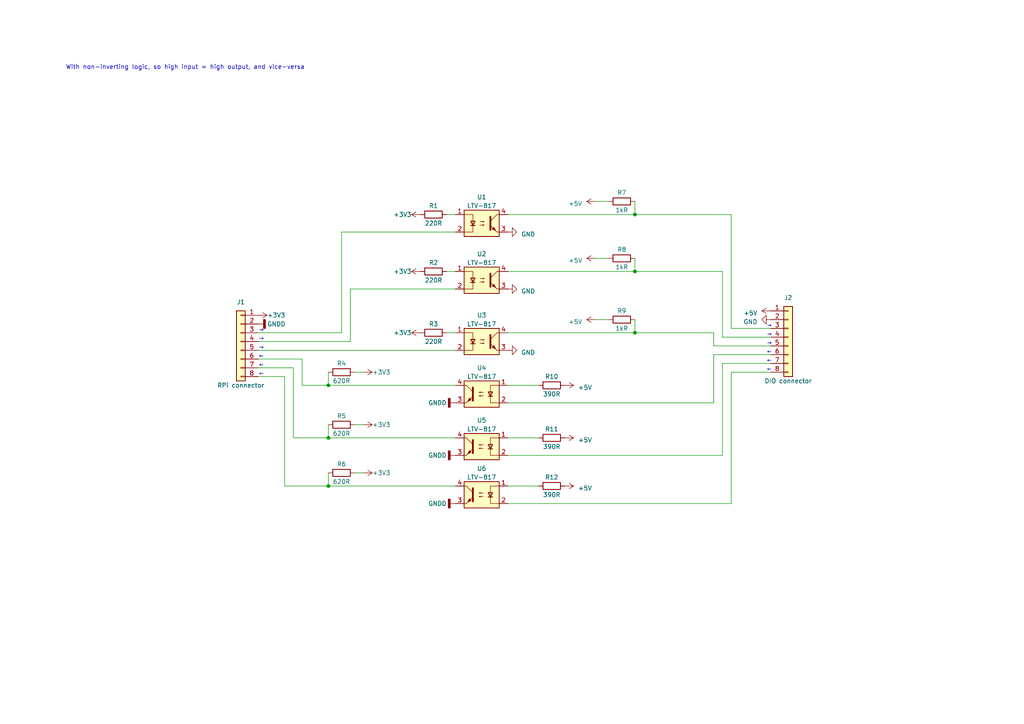
<source format=kicad_sch>
(kicad_sch (version 20230121) (generator eeschema)

  (uuid 50246f5c-786a-4dae-8a8c-eb98feb66d73)

  (paper "A4")

  (lib_symbols
    (symbol "Connector_Generic:Conn_01x08" (pin_names (offset 1.016) hide) (in_bom yes) (on_board yes)
      (property "Reference" "J" (at 0 10.16 0)
        (effects (font (size 1.27 1.27)))
      )
      (property "Value" "Conn_01x08" (at 0 -12.7 0)
        (effects (font (size 1.27 1.27)))
      )
      (property "Footprint" "" (at 0 0 0)
        (effects (font (size 1.27 1.27)) hide)
      )
      (property "Datasheet" "~" (at 0 0 0)
        (effects (font (size 1.27 1.27)) hide)
      )
      (property "ki_keywords" "connector" (at 0 0 0)
        (effects (font (size 1.27 1.27)) hide)
      )
      (property "ki_description" "Generic connector, single row, 01x08, script generated (kicad-library-utils/schlib/autogen/connector/)" (at 0 0 0)
        (effects (font (size 1.27 1.27)) hide)
      )
      (property "ki_fp_filters" "Connector*:*_1x??_*" (at 0 0 0)
        (effects (font (size 1.27 1.27)) hide)
      )
      (symbol "Conn_01x08_1_1"
        (rectangle (start -1.27 -10.033) (end 0 -10.287)
          (stroke (width 0.1524) (type default))
          (fill (type none))
        )
        (rectangle (start -1.27 -7.493) (end 0 -7.747)
          (stroke (width 0.1524) (type default))
          (fill (type none))
        )
        (rectangle (start -1.27 -4.953) (end 0 -5.207)
          (stroke (width 0.1524) (type default))
          (fill (type none))
        )
        (rectangle (start -1.27 -2.413) (end 0 -2.667)
          (stroke (width 0.1524) (type default))
          (fill (type none))
        )
        (rectangle (start -1.27 0.127) (end 0 -0.127)
          (stroke (width 0.1524) (type default))
          (fill (type none))
        )
        (rectangle (start -1.27 2.667) (end 0 2.413)
          (stroke (width 0.1524) (type default))
          (fill (type none))
        )
        (rectangle (start -1.27 5.207) (end 0 4.953)
          (stroke (width 0.1524) (type default))
          (fill (type none))
        )
        (rectangle (start -1.27 7.747) (end 0 7.493)
          (stroke (width 0.1524) (type default))
          (fill (type none))
        )
        (rectangle (start -1.27 8.89) (end 1.27 -11.43)
          (stroke (width 0.254) (type default))
          (fill (type background))
        )
        (pin passive line (at -5.08 7.62 0) (length 3.81)
          (name "Pin_1" (effects (font (size 1.27 1.27))))
          (number "1" (effects (font (size 1.27 1.27))))
        )
        (pin passive line (at -5.08 5.08 0) (length 3.81)
          (name "Pin_2" (effects (font (size 1.27 1.27))))
          (number "2" (effects (font (size 1.27 1.27))))
        )
        (pin passive line (at -5.08 2.54 0) (length 3.81)
          (name "Pin_3" (effects (font (size 1.27 1.27))))
          (number "3" (effects (font (size 1.27 1.27))))
        )
        (pin passive line (at -5.08 0 0) (length 3.81)
          (name "Pin_4" (effects (font (size 1.27 1.27))))
          (number "4" (effects (font (size 1.27 1.27))))
        )
        (pin passive line (at -5.08 -2.54 0) (length 3.81)
          (name "Pin_5" (effects (font (size 1.27 1.27))))
          (number "5" (effects (font (size 1.27 1.27))))
        )
        (pin passive line (at -5.08 -5.08 0) (length 3.81)
          (name "Pin_6" (effects (font (size 1.27 1.27))))
          (number "6" (effects (font (size 1.27 1.27))))
        )
        (pin passive line (at -5.08 -7.62 0) (length 3.81)
          (name "Pin_7" (effects (font (size 1.27 1.27))))
          (number "7" (effects (font (size 1.27 1.27))))
        )
        (pin passive line (at -5.08 -10.16 0) (length 3.81)
          (name "Pin_8" (effects (font (size 1.27 1.27))))
          (number "8" (effects (font (size 1.27 1.27))))
        )
      )
    )
    (symbol "Device:R" (pin_numbers hide) (pin_names (offset 0)) (in_bom yes) (on_board yes)
      (property "Reference" "R" (at 2.032 0 90)
        (effects (font (size 1.27 1.27)))
      )
      (property "Value" "R" (at 0 0 90)
        (effects (font (size 1.27 1.27)))
      )
      (property "Footprint" "" (at -1.778 0 90)
        (effects (font (size 1.27 1.27)) hide)
      )
      (property "Datasheet" "~" (at 0 0 0)
        (effects (font (size 1.27 1.27)) hide)
      )
      (property "ki_keywords" "R res resistor" (at 0 0 0)
        (effects (font (size 1.27 1.27)) hide)
      )
      (property "ki_description" "Resistor" (at 0 0 0)
        (effects (font (size 1.27 1.27)) hide)
      )
      (property "ki_fp_filters" "R_*" (at 0 0 0)
        (effects (font (size 1.27 1.27)) hide)
      )
      (symbol "R_0_1"
        (rectangle (start -1.016 -2.54) (end 1.016 2.54)
          (stroke (width 0.254) (type default))
          (fill (type none))
        )
      )
      (symbol "R_1_1"
        (pin passive line (at 0 3.81 270) (length 1.27)
          (name "~" (effects (font (size 1.27 1.27))))
          (number "1" (effects (font (size 1.27 1.27))))
        )
        (pin passive line (at 0 -3.81 90) (length 1.27)
          (name "~" (effects (font (size 1.27 1.27))))
          (number "2" (effects (font (size 1.27 1.27))))
        )
      )
    )
    (symbol "Isolator:LTV-817" (pin_names (offset 1.016)) (in_bom yes) (on_board yes)
      (property "Reference" "U" (at -5.08 5.08 0)
        (effects (font (size 1.27 1.27)) (justify left))
      )
      (property "Value" "LTV-817" (at 0 5.08 0)
        (effects (font (size 1.27 1.27)) (justify left))
      )
      (property "Footprint" "Package_DIP:DIP-4_W7.62mm" (at -5.08 -5.08 0)
        (effects (font (size 1.27 1.27) italic) (justify left) hide)
      )
      (property "Datasheet" "http://www.us.liteon.com/downloads/LTV-817-827-847.PDF" (at 0 -2.54 0)
        (effects (font (size 1.27 1.27)) (justify left) hide)
      )
      (property "ki_keywords" "NPN DC Optocoupler" (at 0 0 0)
        (effects (font (size 1.27 1.27)) hide)
      )
      (property "ki_description" "DC Optocoupler, Vce 35V, CTR 50%, DIP-4" (at 0 0 0)
        (effects (font (size 1.27 1.27)) hide)
      )
      (property "ki_fp_filters" "DIP*W7.62mm*" (at 0 0 0)
        (effects (font (size 1.27 1.27)) hide)
      )
      (symbol "LTV-817_0_1"
        (rectangle (start -5.08 3.81) (end 5.08 -3.81)
          (stroke (width 0.254) (type default))
          (fill (type background))
        )
        (polyline
          (pts
            (xy -3.175 -0.635)
            (xy -1.905 -0.635)
          )
          (stroke (width 0.254) (type default))
          (fill (type none))
        )
        (polyline
          (pts
            (xy 2.54 0.635)
            (xy 4.445 2.54)
          )
          (stroke (width 0) (type default))
          (fill (type none))
        )
        (polyline
          (pts
            (xy 4.445 -2.54)
            (xy 2.54 -0.635)
          )
          (stroke (width 0) (type default))
          (fill (type outline))
        )
        (polyline
          (pts
            (xy 4.445 -2.54)
            (xy 5.08 -2.54)
          )
          (stroke (width 0) (type default))
          (fill (type none))
        )
        (polyline
          (pts
            (xy 4.445 2.54)
            (xy 5.08 2.54)
          )
          (stroke (width 0) (type default))
          (fill (type none))
        )
        (polyline
          (pts
            (xy -5.08 2.54)
            (xy -2.54 2.54)
            (xy -2.54 -0.762)
          )
          (stroke (width 0) (type default))
          (fill (type none))
        )
        (polyline
          (pts
            (xy -2.54 -0.635)
            (xy -2.54 -2.54)
            (xy -5.08 -2.54)
          )
          (stroke (width 0) (type default))
          (fill (type none))
        )
        (polyline
          (pts
            (xy 2.54 1.905)
            (xy 2.54 -1.905)
            (xy 2.54 -1.905)
          )
          (stroke (width 0.508) (type default))
          (fill (type none))
        )
        (polyline
          (pts
            (xy -2.54 -0.635)
            (xy -3.175 0.635)
            (xy -1.905 0.635)
            (xy -2.54 -0.635)
          )
          (stroke (width 0.254) (type default))
          (fill (type none))
        )
        (polyline
          (pts
            (xy -0.508 -0.508)
            (xy 0.762 -0.508)
            (xy 0.381 -0.635)
            (xy 0.381 -0.381)
            (xy 0.762 -0.508)
          )
          (stroke (width 0) (type default))
          (fill (type none))
        )
        (polyline
          (pts
            (xy -0.508 0.508)
            (xy 0.762 0.508)
            (xy 0.381 0.381)
            (xy 0.381 0.635)
            (xy 0.762 0.508)
          )
          (stroke (width 0) (type default))
          (fill (type none))
        )
        (polyline
          (pts
            (xy 3.048 -1.651)
            (xy 3.556 -1.143)
            (xy 4.064 -2.159)
            (xy 3.048 -1.651)
            (xy 3.048 -1.651)
          )
          (stroke (width 0) (type default))
          (fill (type outline))
        )
      )
      (symbol "LTV-817_1_1"
        (pin passive line (at -7.62 2.54 0) (length 2.54)
          (name "~" (effects (font (size 1.27 1.27))))
          (number "1" (effects (font (size 1.27 1.27))))
        )
        (pin passive line (at -7.62 -2.54 0) (length 2.54)
          (name "~" (effects (font (size 1.27 1.27))))
          (number "2" (effects (font (size 1.27 1.27))))
        )
        (pin passive line (at 7.62 -2.54 180) (length 2.54)
          (name "~" (effects (font (size 1.27 1.27))))
          (number "3" (effects (font (size 1.27 1.27))))
        )
        (pin passive line (at 7.62 2.54 180) (length 2.54)
          (name "~" (effects (font (size 1.27 1.27))))
          (number "4" (effects (font (size 1.27 1.27))))
        )
      )
    )
    (symbol "power:+3V3" (power) (pin_names (offset 0)) (in_bom yes) (on_board yes)
      (property "Reference" "#PWR" (at 0 -3.81 0)
        (effects (font (size 1.27 1.27)) hide)
      )
      (property "Value" "+3V3" (at 0 3.556 0)
        (effects (font (size 1.27 1.27)))
      )
      (property "Footprint" "" (at 0 0 0)
        (effects (font (size 1.27 1.27)) hide)
      )
      (property "Datasheet" "" (at 0 0 0)
        (effects (font (size 1.27 1.27)) hide)
      )
      (property "ki_keywords" "global power" (at 0 0 0)
        (effects (font (size 1.27 1.27)) hide)
      )
      (property "ki_description" "Power symbol creates a global label with name \"+3V3\"" (at 0 0 0)
        (effects (font (size 1.27 1.27)) hide)
      )
      (symbol "+3V3_0_1"
        (polyline
          (pts
            (xy -0.762 1.27)
            (xy 0 2.54)
          )
          (stroke (width 0) (type default))
          (fill (type none))
        )
        (polyline
          (pts
            (xy 0 0)
            (xy 0 2.54)
          )
          (stroke (width 0) (type default))
          (fill (type none))
        )
        (polyline
          (pts
            (xy 0 2.54)
            (xy 0.762 1.27)
          )
          (stroke (width 0) (type default))
          (fill (type none))
        )
      )
      (symbol "+3V3_1_1"
        (pin power_in line (at 0 0 90) (length 0) hide
          (name "+3V3" (effects (font (size 1.27 1.27))))
          (number "1" (effects (font (size 1.27 1.27))))
        )
      )
    )
    (symbol "power:+5V" (power) (pin_names (offset 0)) (in_bom yes) (on_board yes)
      (property "Reference" "#PWR" (at 0 -3.81 0)
        (effects (font (size 1.27 1.27)) hide)
      )
      (property "Value" "+5V" (at 0 3.556 0)
        (effects (font (size 1.27 1.27)))
      )
      (property "Footprint" "" (at 0 0 0)
        (effects (font (size 1.27 1.27)) hide)
      )
      (property "Datasheet" "" (at 0 0 0)
        (effects (font (size 1.27 1.27)) hide)
      )
      (property "ki_keywords" "global power" (at 0 0 0)
        (effects (font (size 1.27 1.27)) hide)
      )
      (property "ki_description" "Power symbol creates a global label with name \"+5V\"" (at 0 0 0)
        (effects (font (size 1.27 1.27)) hide)
      )
      (symbol "+5V_0_1"
        (polyline
          (pts
            (xy -0.762 1.27)
            (xy 0 2.54)
          )
          (stroke (width 0) (type default))
          (fill (type none))
        )
        (polyline
          (pts
            (xy 0 0)
            (xy 0 2.54)
          )
          (stroke (width 0) (type default))
          (fill (type none))
        )
        (polyline
          (pts
            (xy 0 2.54)
            (xy 0.762 1.27)
          )
          (stroke (width 0) (type default))
          (fill (type none))
        )
      )
      (symbol "+5V_1_1"
        (pin power_in line (at 0 0 90) (length 0) hide
          (name "+5V" (effects (font (size 1.27 1.27))))
          (number "1" (effects (font (size 1.27 1.27))))
        )
      )
    )
    (symbol "power:GND" (power) (pin_names (offset 0)) (in_bom yes) (on_board yes)
      (property "Reference" "#PWR" (at 0 -6.35 0)
        (effects (font (size 1.27 1.27)) hide)
      )
      (property "Value" "GND" (at 0 -3.81 0)
        (effects (font (size 1.27 1.27)))
      )
      (property "Footprint" "" (at 0 0 0)
        (effects (font (size 1.27 1.27)) hide)
      )
      (property "Datasheet" "" (at 0 0 0)
        (effects (font (size 1.27 1.27)) hide)
      )
      (property "ki_keywords" "global power" (at 0 0 0)
        (effects (font (size 1.27 1.27)) hide)
      )
      (property "ki_description" "Power symbol creates a global label with name \"GND\" , ground" (at 0 0 0)
        (effects (font (size 1.27 1.27)) hide)
      )
      (symbol "GND_0_1"
        (polyline
          (pts
            (xy 0 0)
            (xy 0 -1.27)
            (xy 1.27 -1.27)
            (xy 0 -2.54)
            (xy -1.27 -1.27)
            (xy 0 -1.27)
          )
          (stroke (width 0) (type default))
          (fill (type none))
        )
      )
      (symbol "GND_1_1"
        (pin power_in line (at 0 0 270) (length 0) hide
          (name "GND" (effects (font (size 1.27 1.27))))
          (number "1" (effects (font (size 1.27 1.27))))
        )
      )
    )
    (symbol "power:GNDD" (power) (pin_names (offset 0)) (in_bom yes) (on_board yes)
      (property "Reference" "#PWR" (at 0 -6.35 0)
        (effects (font (size 1.27 1.27)) hide)
      )
      (property "Value" "GNDD" (at 0 -3.175 0)
        (effects (font (size 1.27 1.27)))
      )
      (property "Footprint" "" (at 0 0 0)
        (effects (font (size 1.27 1.27)) hide)
      )
      (property "Datasheet" "" (at 0 0 0)
        (effects (font (size 1.27 1.27)) hide)
      )
      (property "ki_keywords" "global power" (at 0 0 0)
        (effects (font (size 1.27 1.27)) hide)
      )
      (property "ki_description" "Power symbol creates a global label with name \"GNDD\" , digital ground" (at 0 0 0)
        (effects (font (size 1.27 1.27)) hide)
      )
      (symbol "GNDD_0_1"
        (rectangle (start -1.27 -1.524) (end 1.27 -2.032)
          (stroke (width 0.254) (type default))
          (fill (type outline))
        )
        (polyline
          (pts
            (xy 0 0)
            (xy 0 -1.524)
          )
          (stroke (width 0) (type default))
          (fill (type none))
        )
      )
      (symbol "GNDD_1_1"
        (pin power_in line (at 0 0 270) (length 0) hide
          (name "GNDD" (effects (font (size 1.27 1.27))))
          (number "1" (effects (font (size 1.27 1.27))))
        )
      )
    )
  )

  (junction (at 95.25 140.97) (diameter 0) (color 0 0 0 0)
    (uuid 111812d0-b470-4ea9-8e5a-d6ca7c212591)
  )
  (junction (at 184.15 96.52) (diameter 0) (color 0 0 0 0)
    (uuid 14f4d10a-8e4a-4f8b-b7bc-a3df54ca6eb3)
  )
  (junction (at 95.25 127) (diameter 0) (color 0 0 0 0)
    (uuid 2d331af4-7d51-4425-be0b-57ce4752f490)
  )
  (junction (at 184.15 62.23) (diameter 0) (color 0 0 0 0)
    (uuid 36cdda0a-9505-426e-99d3-61449f20eb17)
  )
  (junction (at 95.25 111.76) (diameter 0) (color 0 0 0 0)
    (uuid 7d67d6b0-5750-4636-a6f5-962855e89e76)
  )
  (junction (at 184.15 78.74) (diameter 0) (color 0 0 0 0)
    (uuid 86568349-9b0f-45bf-8961-9ec1e0ce442b)
  )

  (wire (pts (xy 74.93 96.52) (xy 99.06 96.52))
    (stroke (width 0) (type default))
    (uuid 06de5e1d-a6ae-4dc0-9a60-92136cf7d8ce)
  )
  (wire (pts (xy 147.32 78.74) (xy 184.15 78.74))
    (stroke (width 0) (type default))
    (uuid 078f5aae-809e-45df-a94d-45b96e676916)
  )
  (wire (pts (xy 147.32 132.08) (xy 209.55 132.08))
    (stroke (width 0) (type default))
    (uuid 089c4dbe-330a-43ed-943b-04089da5336d)
  )
  (wire (pts (xy 212.09 62.23) (xy 212.09 95.25))
    (stroke (width 0) (type default))
    (uuid 17b31034-cc2b-4f41-9692-cb5f023c1264)
  )
  (wire (pts (xy 212.09 95.25) (xy 223.52 95.25))
    (stroke (width 0) (type default))
    (uuid 189f8c96-7eb4-4339-a8f5-3479c3828b22)
  )
  (wire (pts (xy 209.55 78.74) (xy 209.55 97.79))
    (stroke (width 0) (type default))
    (uuid 254de828-36c9-49fd-8f6e-ebf5f836855d)
  )
  (wire (pts (xy 223.52 105.41) (xy 209.55 105.41))
    (stroke (width 0) (type default))
    (uuid 25e343c2-df41-46c8-8117-eb4876cf49c5)
  )
  (wire (pts (xy 102.87 123.19) (xy 105.41 123.19))
    (stroke (width 0) (type default))
    (uuid 2db6dca7-bfd0-4b85-b842-c994dc939e7f)
  )
  (wire (pts (xy 129.54 78.74) (xy 132.08 78.74))
    (stroke (width 0) (type default))
    (uuid 3880baf0-5ca9-49ab-bbd0-fd24f0809f90)
  )
  (wire (pts (xy 102.87 107.95) (xy 105.41 107.95))
    (stroke (width 0) (type default))
    (uuid 39cee740-7a75-411e-b869-8ad441ed37a4)
  )
  (wire (pts (xy 172.72 92.71) (xy 176.53 92.71))
    (stroke (width 0) (type default))
    (uuid 3aee951c-2f0f-4c13-a74a-aa307fe093f1)
  )
  (wire (pts (xy 147.32 140.97) (xy 156.21 140.97))
    (stroke (width 0) (type default))
    (uuid 3b414e08-1b4d-4cfe-8773-5aa5a29da51a)
  )
  (wire (pts (xy 99.06 67.31) (xy 132.08 67.31))
    (stroke (width 0) (type default))
    (uuid 4ccbb56b-ce8b-4dbe-99df-52dfb014d4a2)
  )
  (wire (pts (xy 87.63 104.14) (xy 87.63 111.76))
    (stroke (width 0) (type default))
    (uuid 4e32f734-1e12-4b33-8826-f165988ea228)
  )
  (wire (pts (xy 184.15 74.93) (xy 184.15 78.74))
    (stroke (width 0) (type default))
    (uuid 54e5e8f0-fe37-4db6-87fd-5058067f4d5e)
  )
  (wire (pts (xy 207.01 102.87) (xy 207.01 116.84))
    (stroke (width 0) (type default))
    (uuid 59b34882-b7c8-4629-8ea8-155d19e655d5)
  )
  (wire (pts (xy 95.25 123.19) (xy 95.25 127))
    (stroke (width 0) (type default))
    (uuid 60209c1a-301d-49ff-af2e-69fc8caf72ce)
  )
  (wire (pts (xy 147.32 146.05) (xy 212.09 146.05))
    (stroke (width 0) (type default))
    (uuid 6082a999-7013-4f72-8b5f-3f0c84b56282)
  )
  (wire (pts (xy 95.25 127) (xy 132.08 127))
    (stroke (width 0) (type default))
    (uuid 612ebdf4-f9c8-42ca-8380-74fb788e17fe)
  )
  (wire (pts (xy 212.09 107.95) (xy 212.09 146.05))
    (stroke (width 0) (type default))
    (uuid 636c2f58-bbb9-42d9-8571-255ff03985ca)
  )
  (wire (pts (xy 95.25 111.76) (xy 132.08 111.76))
    (stroke (width 0) (type default))
    (uuid 67d3a51d-f60b-4376-8ad6-66b6e17b95eb)
  )
  (wire (pts (xy 147.32 127) (xy 156.21 127))
    (stroke (width 0) (type default))
    (uuid 6ac39aa3-fa67-4101-8a21-17a108e037c6)
  )
  (wire (pts (xy 95.25 140.97) (xy 132.08 140.97))
    (stroke (width 0) (type default))
    (uuid 6bd4e0ab-d1ef-46e8-b4ee-71b696d758a5)
  )
  (wire (pts (xy 87.63 111.76) (xy 95.25 111.76))
    (stroke (width 0) (type default))
    (uuid 6cb80842-eb6f-4f98-ad59-fcd0ce97f836)
  )
  (wire (pts (xy 82.55 109.22) (xy 82.55 140.97))
    (stroke (width 0) (type default))
    (uuid 796ae455-4ef0-4ee0-ba5c-e2cf4685d5a7)
  )
  (wire (pts (xy 129.54 62.23) (xy 132.08 62.23))
    (stroke (width 0) (type default))
    (uuid 90c637dc-eaa3-4a65-a692-33dba21e0d4f)
  )
  (wire (pts (xy 132.08 83.82) (xy 101.6 83.82))
    (stroke (width 0) (type default))
    (uuid 98e61488-8056-4c36-98a7-b39c4c500aae)
  )
  (wire (pts (xy 85.09 106.68) (xy 85.09 127))
    (stroke (width 0) (type default))
    (uuid 9ae2b97d-93ae-4e40-9116-58c7777f4e73)
  )
  (wire (pts (xy 82.55 140.97) (xy 95.25 140.97))
    (stroke (width 0) (type default))
    (uuid 9e727e35-1b70-441b-ba9c-6a491fde1b90)
  )
  (wire (pts (xy 209.55 105.41) (xy 209.55 132.08))
    (stroke (width 0) (type default))
    (uuid a062cd41-8e57-4b0e-be08-419e0c6159a4)
  )
  (wire (pts (xy 74.93 106.68) (xy 85.09 106.68))
    (stroke (width 0) (type default))
    (uuid a09557be-9a3b-4d4a-90b8-e320bef9302b)
  )
  (wire (pts (xy 172.72 74.93) (xy 176.53 74.93))
    (stroke (width 0) (type default))
    (uuid a29d326f-d8dc-43cc-ac39-b44fd653d82b)
  )
  (wire (pts (xy 209.55 97.79) (xy 223.52 97.79))
    (stroke (width 0) (type default))
    (uuid a3eb40c6-b49e-47fa-91a7-744c88445146)
  )
  (wire (pts (xy 184.15 92.71) (xy 184.15 96.52))
    (stroke (width 0) (type default))
    (uuid a4bbfb7a-cb33-4738-aa25-97b64bb463ec)
  )
  (wire (pts (xy 184.15 58.42) (xy 184.15 62.23))
    (stroke (width 0) (type default))
    (uuid a6f53bac-aeed-4d0e-92f0-702972e8f0e8)
  )
  (wire (pts (xy 95.25 107.95) (xy 95.25 111.76))
    (stroke (width 0) (type default))
    (uuid b3c637bd-205e-4194-8042-66185ac692f1)
  )
  (wire (pts (xy 95.25 137.16) (xy 95.25 140.97))
    (stroke (width 0) (type default))
    (uuid b4252e27-be59-42ca-aef6-4337797fbd1e)
  )
  (wire (pts (xy 184.15 62.23) (xy 212.09 62.23))
    (stroke (width 0) (type default))
    (uuid b8f9a4cd-9b9e-4c68-8628-b7c78aca715c)
  )
  (wire (pts (xy 85.09 127) (xy 95.25 127))
    (stroke (width 0) (type default))
    (uuid bc12270a-072d-4327-b0fb-2e0d70483b58)
  )
  (wire (pts (xy 99.06 96.52) (xy 99.06 67.31))
    (stroke (width 0) (type default))
    (uuid c9c62601-180d-4b83-aaf4-989e634de707)
  )
  (wire (pts (xy 147.32 62.23) (xy 184.15 62.23))
    (stroke (width 0) (type default))
    (uuid ca626953-640c-4ef9-9df8-c0ab7d0e30db)
  )
  (wire (pts (xy 101.6 99.06) (xy 74.93 99.06))
    (stroke (width 0) (type default))
    (uuid cc596525-b2d6-4ecf-974a-88e43d9835e7)
  )
  (wire (pts (xy 207.01 100.33) (xy 207.01 96.52))
    (stroke (width 0) (type default))
    (uuid ceff5912-96bb-4b92-9ef3-55a9ed07518e)
  )
  (wire (pts (xy 184.15 78.74) (xy 209.55 78.74))
    (stroke (width 0) (type default))
    (uuid d3475b51-ee01-48ab-86d3-ac9c69755bdd)
  )
  (wire (pts (xy 74.93 109.22) (xy 82.55 109.22))
    (stroke (width 0) (type default))
    (uuid d4695a1f-8f0a-44a9-84f0-b3f3eebf2183)
  )
  (wire (pts (xy 147.32 116.84) (xy 207.01 116.84))
    (stroke (width 0) (type default))
    (uuid d75c24d6-de84-4741-805e-aadfb523f8ad)
  )
  (wire (pts (xy 147.32 111.76) (xy 156.21 111.76))
    (stroke (width 0) (type default))
    (uuid da12799c-6581-47d2-a0b6-ba07b2251270)
  )
  (wire (pts (xy 212.09 107.95) (xy 223.52 107.95))
    (stroke (width 0) (type default))
    (uuid dac5957c-30fc-4fe9-a791-3664e32f855f)
  )
  (wire (pts (xy 74.93 104.14) (xy 87.63 104.14))
    (stroke (width 0) (type default))
    (uuid e5473b8f-fa50-4c2d-9828-c1b7ca3c5f5c)
  )
  (wire (pts (xy 147.32 96.52) (xy 184.15 96.52))
    (stroke (width 0) (type default))
    (uuid e70ae959-e9bd-4a01-b782-1416b850bcc9)
  )
  (wire (pts (xy 74.93 101.6) (xy 132.08 101.6))
    (stroke (width 0) (type default))
    (uuid e84e13dd-899f-4988-97fc-5719e674e683)
  )
  (wire (pts (xy 102.87 137.16) (xy 105.41 137.16))
    (stroke (width 0) (type default))
    (uuid e9d77cc9-8c2e-4f27-9032-6360c039cd88)
  )
  (wire (pts (xy 101.6 83.82) (xy 101.6 99.06))
    (stroke (width 0) (type default))
    (uuid ee3fae74-f0f3-4a93-9d82-0a4088bd0df1)
  )
  (wire (pts (xy 129.54 96.52) (xy 132.08 96.52))
    (stroke (width 0) (type default))
    (uuid eea91a45-c283-4b96-b6ff-5d155c5b5023)
  )
  (wire (pts (xy 172.72 58.42) (xy 176.53 58.42))
    (stroke (width 0) (type default))
    (uuid f0b2f7f6-ec2e-4f88-ada7-65a5f5b88eb3)
  )
  (wire (pts (xy 223.52 102.87) (xy 207.01 102.87))
    (stroke (width 0) (type default))
    (uuid f0e7b5b0-d198-4a3d-b24a-6d0cf861287a)
  )
  (wire (pts (xy 207.01 100.33) (xy 223.52 100.33))
    (stroke (width 0) (type default))
    (uuid f442e812-35b0-4c7f-880d-c8c7f9244058)
  )
  (wire (pts (xy 184.15 96.52) (xy 207.01 96.52))
    (stroke (width 0) (type default))
    (uuid fc43b24a-f0eb-484b-af04-650bcf61d5c2)
  )

  (text "→" (at 222.25 100.33 0)
    (effects (font (size 1.27 1.27)) (justify left bottom))
    (uuid 2d77e798-c2da-4014-8aeb-b271ab2984b6)
  )
  (text "←" (at 222.25 107.95 0)
    (effects (font (size 1.27 1.27)) (justify left bottom))
    (uuid 426777e8-9355-4eff-a164-ec95291701ed)
  )
  (text "→" (at 222.25 95.25 0)
    (effects (font (size 1.27 1.27)) (justify left bottom))
    (uuid 54dfd12f-9e42-4535-8ec5-944e9bc42d7e)
  )
  (text "→" (at 74.93 99.06 0)
    (effects (font (size 1.27 1.27)) (justify left bottom))
    (uuid 6d18c860-ef60-4818-aa1d-f41aefe438a1)
  )
  (text "→" (at 74.93 101.6 0)
    (effects (font (size 1.27 1.27)) (justify left bottom))
    (uuid 7f09c664-aed5-4523-8cc4-13cfbdc45a1e)
  )
  (text "With non-inverting logic, so high input = high output, and vice-versa"
    (at 19.05 20.32 0)
    (effects (font (size 1.27 1.27)) (justify left bottom))
    (uuid 83184cf5-19c8-4cb1-b48a-6099f7f09ac9)
  )
  (text "→" (at 74.93 96.52 0)
    (effects (font (size 1.27 1.27)) (justify left bottom))
    (uuid bfd2c0b3-469d-4fd7-85ab-53f1282421e6)
  )
  (text "→" (at 222.25 97.79 0)
    (effects (font (size 1.27 1.27)) (justify left bottom))
    (uuid cd8556ba-2a43-4aa5-8d34-5351a67d2da6)
  )
  (text "←" (at 222.25 105.41 0)
    (effects (font (size 1.27 1.27)) (justify left bottom))
    (uuid d24a89df-4e45-453e-bdac-0ff7972236c8)
  )
  (text "←" (at 74.93 104.14 0)
    (effects (font (size 1.27 1.27)) (justify left bottom))
    (uuid d34b229b-4941-46cb-9db7-0aa2b235ec4f)
  )
  (text "←" (at 222.25 102.87 0)
    (effects (font (size 1.27 1.27)) (justify left bottom))
    (uuid d5463084-24ec-4725-adab-92eb11c10a1a)
  )
  (text "←" (at 74.93 109.22 0)
    (effects (font (size 1.27 1.27)) (justify left bottom))
    (uuid d66752d6-88e6-4c4a-a7dd-8e4dad75e243)
  )
  (text "←" (at 74.93 106.68 0)
    (effects (font (size 1.27 1.27)) (justify left bottom))
    (uuid f59cc5a5-d2ba-45d5-9356-1928f4d6236c)
  )

  (symbol (lib_id "Device:R") (at 99.06 123.19 90) (unit 1)
    (in_bom yes) (on_board yes) (dnp no)
    (uuid 01db8c84-77be-45c2-8752-a177f1b5a2cb)
    (property "Reference" "R5" (at 99.06 120.65 90)
      (effects (font (size 1.27 1.27)))
    )
    (property "Value" "620R" (at 99.06 125.73 90)
      (effects (font (size 1.27 1.27)))
    )
    (property "Footprint" "Resistor_THT:R_Axial_DIN0207_L6.3mm_D2.5mm_P10.16mm_Horizontal" (at 99.06 124.968 90)
      (effects (font (size 1.27 1.27)) hide)
    )
    (property "Datasheet" "~" (at 99.06 123.19 0)
      (effects (font (size 1.27 1.27)) hide)
    )
    (pin "1" (uuid 3ac3eb2c-ed0d-4d47-a8af-8129d8575adc))
    (pin "2" (uuid 1f52b101-4300-4f70-a4de-248971caacd5))
    (instances
      (project "level_shifter"
        (path "/6fddfeea-b9e6-409f-abf1-28266caabd5a"
          (reference "R5") (unit 1)
        )
        (path "/6fddfeea-b9e6-409f-abf1-28266caabd5a/06d5c87a-e601-4a3d-a52d-aef8a8b00da1"
          (reference "R14") (unit 1)
        )
      )
    )
  )

  (symbol (lib_id "Device:R") (at 160.02 127 90) (unit 1)
    (in_bom yes) (on_board yes) (dnp no)
    (uuid 02543099-c858-47a1-90e0-7ed1eac5eb6d)
    (property "Reference" "R11" (at 160.02 124.46 90)
      (effects (font (size 1.27 1.27)))
    )
    (property "Value" "390R" (at 160.02 129.54 90)
      (effects (font (size 1.27 1.27)))
    )
    (property "Footprint" "Resistor_THT:R_Axial_DIN0207_L6.3mm_D2.5mm_P10.16mm_Horizontal" (at 160.02 128.778 90)
      (effects (font (size 1.27 1.27)) hide)
    )
    (property "Datasheet" "~" (at 160.02 127 0)
      (effects (font (size 1.27 1.27)) hide)
    )
    (pin "1" (uuid d06d212c-5c62-46da-93ff-eed98c6a90e2))
    (pin "2" (uuid 48994726-38b4-4aa5-8541-678a0a234024))
    (instances
      (project "level_shifter"
        (path "/6fddfeea-b9e6-409f-abf1-28266caabd5a"
          (reference "R11") (unit 1)
        )
        (path "/6fddfeea-b9e6-409f-abf1-28266caabd5a/06d5c87a-e601-4a3d-a52d-aef8a8b00da1"
          (reference "R20") (unit 1)
        )
      )
    )
  )

  (symbol (lib_id "power:GNDD") (at 74.93 93.98 90) (unit 1)
    (in_bom yes) (on_board yes) (dnp no)
    (uuid 0567308c-315c-46d2-8a53-96bc068d21f4)
    (property "Reference" "#PWR02" (at 81.28 93.98 0)
      (effects (font (size 1.27 1.27)) hide)
    )
    (property "Value" "GNDD" (at 77.47 93.98 90)
      (effects (font (size 1.27 1.27)) (justify right))
    )
    (property "Footprint" "" (at 74.93 93.98 0)
      (effects (font (size 1.27 1.27)) hide)
    )
    (property "Datasheet" "" (at 74.93 93.98 0)
      (effects (font (size 1.27 1.27)) hide)
    )
    (pin "1" (uuid ed931c59-8bd7-4b5c-ae18-a481b0550b64))
    (instances
      (project "level_shifter"
        (path "/6fddfeea-b9e6-409f-abf1-28266caabd5a"
          (reference "#PWR02") (unit 1)
        )
        (path "/6fddfeea-b9e6-409f-abf1-28266caabd5a/06d5c87a-e601-4a3d-a52d-aef8a8b00da1"
          (reference "#PWR024") (unit 1)
        )
      )
    )
  )

  (symbol (lib_id "power:GND") (at 223.52 92.71 270) (unit 1)
    (in_bom yes) (on_board yes) (dnp no) (fields_autoplaced)
    (uuid 0d42234a-5e7b-4779-8ecb-b7e13bdb94ba)
    (property "Reference" "#PWR010" (at 217.17 92.71 0)
      (effects (font (size 1.27 1.27)) hide)
    )
    (property "Value" "GND" (at 219.71 93.345 90)
      (effects (font (size 1.27 1.27)) (justify right))
    )
    (property "Footprint" "" (at 223.52 92.71 0)
      (effects (font (size 1.27 1.27)) hide)
    )
    (property "Datasheet" "" (at 223.52 92.71 0)
      (effects (font (size 1.27 1.27)) hide)
    )
    (pin "1" (uuid 97a08cd7-79dc-46f1-8e24-3a04dfd7c652))
    (instances
      (project "level_shifter"
        (path "/6fddfeea-b9e6-409f-abf1-28266caabd5a"
          (reference "#PWR010") (unit 1)
        )
        (path "/6fddfeea-b9e6-409f-abf1-28266caabd5a/06d5c87a-e601-4a3d-a52d-aef8a8b00da1"
          (reference "#PWR044") (unit 1)
        )
      )
    )
  )

  (symbol (lib_id "power:+5V") (at 163.83 127 270) (unit 1)
    (in_bom yes) (on_board yes) (dnp no) (fields_autoplaced)
    (uuid 123c92ae-92ca-4b2c-bf06-5fd7393c7eec)
    (property "Reference" "#PWR022" (at 160.02 127 0)
      (effects (font (size 1.27 1.27)) hide)
    )
    (property "Value" "+5V" (at 167.64 127.635 90)
      (effects (font (size 1.27 1.27)) (justify left))
    )
    (property "Footprint" "" (at 163.83 127 0)
      (effects (font (size 1.27 1.27)) hide)
    )
    (property "Datasheet" "" (at 163.83 127 0)
      (effects (font (size 1.27 1.27)) hide)
    )
    (pin "1" (uuid 2017c8aa-9da1-444c-8fa4-efb2c9dbad1c))
    (instances
      (project "level_shifter"
        (path "/6fddfeea-b9e6-409f-abf1-28266caabd5a"
          (reference "#PWR022") (unit 1)
        )
        (path "/6fddfeea-b9e6-409f-abf1-28266caabd5a/06d5c87a-e601-4a3d-a52d-aef8a8b00da1"
          (reference "#PWR038") (unit 1)
        )
      )
    )
  )

  (symbol (lib_id "power:+5V") (at 223.52 90.17 90) (unit 1)
    (in_bom yes) (on_board yes) (dnp no) (fields_autoplaced)
    (uuid 286589da-c7d9-4c75-b9bb-6e92c91f727b)
    (property "Reference" "#PWR09" (at 227.33 90.17 0)
      (effects (font (size 1.27 1.27)) hide)
    )
    (property "Value" "+5V" (at 219.71 90.805 90)
      (effects (font (size 1.27 1.27)) (justify left))
    )
    (property "Footprint" "" (at 223.52 90.17 0)
      (effects (font (size 1.27 1.27)) hide)
    )
    (property "Datasheet" "" (at 223.52 90.17 0)
      (effects (font (size 1.27 1.27)) hide)
    )
    (pin "1" (uuid 61ca7964-a6b6-4c3c-bd05-408e6af20b1b))
    (instances
      (project "level_shifter"
        (path "/6fddfeea-b9e6-409f-abf1-28266caabd5a"
          (reference "#PWR09") (unit 1)
        )
        (path "/6fddfeea-b9e6-409f-abf1-28266caabd5a/06d5c87a-e601-4a3d-a52d-aef8a8b00da1"
          (reference "#PWR043") (unit 1)
        )
      )
    )
  )

  (symbol (lib_id "power:GNDD") (at 132.08 132.08 270) (unit 1)
    (in_bom yes) (on_board yes) (dnp no)
    (uuid 2ee70db6-3950-48b8-bf32-e4af7fb257af)
    (property "Reference" "#PWR07" (at 125.73 132.08 0)
      (effects (font (size 1.27 1.27)) hide)
    )
    (property "Value" "GNDD" (at 129.54 132.08 90)
      (effects (font (size 1.27 1.27)) (justify right))
    )
    (property "Footprint" "" (at 132.08 132.08 0)
      (effects (font (size 1.27 1.27)) hide)
    )
    (property "Datasheet" "" (at 132.08 132.08 0)
      (effects (font (size 1.27 1.27)) hide)
    )
    (pin "1" (uuid 69c1d31a-8b77-408c-b286-16ded4148561))
    (instances
      (project "level_shifter"
        (path "/6fddfeea-b9e6-409f-abf1-28266caabd5a"
          (reference "#PWR07") (unit 1)
        )
        (path "/6fddfeea-b9e6-409f-abf1-28266caabd5a/06d5c87a-e601-4a3d-a52d-aef8a8b00da1"
          (reference "#PWR032") (unit 1)
        )
      )
    )
  )

  (symbol (lib_id "Device:R") (at 125.73 62.23 90) (unit 1)
    (in_bom yes) (on_board yes) (dnp no)
    (uuid 3326815e-87b6-437c-8090-0b133d07460a)
    (property "Reference" "R1" (at 125.73 59.69 90)
      (effects (font (size 1.27 1.27)))
    )
    (property "Value" "220R" (at 125.73 64.77 90)
      (effects (font (size 1.27 1.27)))
    )
    (property "Footprint" "Resistor_THT:R_Axial_DIN0207_L6.3mm_D2.5mm_P10.16mm_Horizontal" (at 125.73 64.008 90)
      (effects (font (size 1.27 1.27)) hide)
    )
    (property "Datasheet" "~" (at 125.73 62.23 0)
      (effects (font (size 1.27 1.27)) hide)
    )
    (pin "1" (uuid cf4c96fd-7e7e-4b39-9f3b-c749be8215ca))
    (pin "2" (uuid 12305728-2419-4d38-923a-1b7dca45af9e))
    (instances
      (project "level_shifter"
        (path "/6fddfeea-b9e6-409f-abf1-28266caabd5a"
          (reference "R1") (unit 1)
        )
        (path "/6fddfeea-b9e6-409f-abf1-28266caabd5a/06d5c87a-e601-4a3d-a52d-aef8a8b00da1"
          (reference "R16") (unit 1)
        )
      )
    )
  )

  (symbol (lib_id "Device:R") (at 160.02 111.76 90) (unit 1)
    (in_bom yes) (on_board yes) (dnp no)
    (uuid 36ed1af6-299b-4362-a0ae-695c37629279)
    (property "Reference" "R10" (at 160.02 109.22 90)
      (effects (font (size 1.27 1.27)))
    )
    (property "Value" "390R" (at 160.02 114.3 90)
      (effects (font (size 1.27 1.27)))
    )
    (property "Footprint" "Resistor_THT:R_Axial_DIN0207_L6.3mm_D2.5mm_P10.16mm_Horizontal" (at 160.02 113.538 90)
      (effects (font (size 1.27 1.27)) hide)
    )
    (property "Datasheet" "~" (at 160.02 111.76 0)
      (effects (font (size 1.27 1.27)) hide)
    )
    (pin "1" (uuid 2ec8311d-92d8-4d3d-b829-2403d5d260b0))
    (pin "2" (uuid 6a9cca99-b0d6-4c6a-84b2-5d67ed7640b1))
    (instances
      (project "level_shifter"
        (path "/6fddfeea-b9e6-409f-abf1-28266caabd5a"
          (reference "R10") (unit 1)
        )
        (path "/6fddfeea-b9e6-409f-abf1-28266caabd5a/06d5c87a-e601-4a3d-a52d-aef8a8b00da1"
          (reference "R19") (unit 1)
        )
      )
    )
  )

  (symbol (lib_id "Device:R") (at 180.34 58.42 90) (unit 1)
    (in_bom yes) (on_board yes) (dnp no)
    (uuid 3d56ccc9-65ad-49aa-99f6-192d19757151)
    (property "Reference" "R7" (at 180.34 55.88 90)
      (effects (font (size 1.27 1.27)))
    )
    (property "Value" "1kR" (at 180.34 60.96 90)
      (effects (font (size 1.27 1.27)))
    )
    (property "Footprint" "Resistor_THT:R_Axial_DIN0207_L6.3mm_D2.5mm_P10.16mm_Horizontal" (at 180.34 60.198 90)
      (effects (font (size 1.27 1.27)) hide)
    )
    (property "Datasheet" "~" (at 180.34 58.42 0)
      (effects (font (size 1.27 1.27)) hide)
    )
    (pin "1" (uuid 502db334-9a77-4900-8d32-726229e043e5))
    (pin "2" (uuid b96419fd-efc7-4efe-ba80-0f60b74dcda3))
    (instances
      (project "level_shifter"
        (path "/6fddfeea-b9e6-409f-abf1-28266caabd5a"
          (reference "R7") (unit 1)
        )
        (path "/6fddfeea-b9e6-409f-abf1-28266caabd5a/06d5c87a-e601-4a3d-a52d-aef8a8b00da1"
          (reference "R22") (unit 1)
        )
      )
    )
  )

  (symbol (lib_id "Device:R") (at 125.73 96.52 90) (unit 1)
    (in_bom yes) (on_board yes) (dnp no)
    (uuid 4a63565b-fd37-4c1f-bf6a-b6c5038121c2)
    (property "Reference" "R3" (at 125.73 93.98 90)
      (effects (font (size 1.27 1.27)))
    )
    (property "Value" "220R" (at 125.73 99.06 90)
      (effects (font (size 1.27 1.27)))
    )
    (property "Footprint" "Resistor_THT:R_Axial_DIN0207_L6.3mm_D2.5mm_P10.16mm_Horizontal" (at 125.73 98.298 90)
      (effects (font (size 1.27 1.27)) hide)
    )
    (property "Datasheet" "~" (at 125.73 96.52 0)
      (effects (font (size 1.27 1.27)) hide)
    )
    (pin "1" (uuid 90bfb7a8-b248-4a06-b0bf-a72933dfb097))
    (pin "2" (uuid 4c271a34-24b6-49cd-918e-5b36833489e4))
    (instances
      (project "level_shifter"
        (path "/6fddfeea-b9e6-409f-abf1-28266caabd5a"
          (reference "R3") (unit 1)
        )
        (path "/6fddfeea-b9e6-409f-abf1-28266caabd5a/06d5c87a-e601-4a3d-a52d-aef8a8b00da1"
          (reference "R18") (unit 1)
        )
      )
    )
  )

  (symbol (lib_id "power:+3V3") (at 105.41 107.95 270) (unit 1)
    (in_bom yes) (on_board yes) (dnp no)
    (uuid 4d9617a3-feb9-4368-a887-92a6ee5d3f30)
    (property "Reference" "#PWR017" (at 101.6 107.95 0)
      (effects (font (size 1.27 1.27)) hide)
    )
    (property "Value" "+3V3" (at 107.95 107.95 90)
      (effects (font (size 1.27 1.27)) (justify left))
    )
    (property "Footprint" "" (at 105.41 107.95 0)
      (effects (font (size 1.27 1.27)) hide)
    )
    (property "Datasheet" "" (at 105.41 107.95 0)
      (effects (font (size 1.27 1.27)) hide)
    )
    (pin "1" (uuid 51121847-c820-46bf-88fe-b064171a18f8))
    (instances
      (project "level_shifter"
        (path "/6fddfeea-b9e6-409f-abf1-28266caabd5a"
          (reference "#PWR017") (unit 1)
        )
        (path "/6fddfeea-b9e6-409f-abf1-28266caabd5a/06d5c87a-e601-4a3d-a52d-aef8a8b00da1"
          (reference "#PWR025") (unit 1)
        )
      )
    )
  )

  (symbol (lib_id "power:GND") (at 147.32 67.31 90) (unit 1)
    (in_bom yes) (on_board yes) (dnp no) (fields_autoplaced)
    (uuid 4f664dbb-26ec-4759-a926-58430e04b543)
    (property "Reference" "#PWR011" (at 153.67 67.31 0)
      (effects (font (size 1.27 1.27)) hide)
    )
    (property "Value" "GND" (at 151.13 67.945 90)
      (effects (font (size 1.27 1.27)) (justify right))
    )
    (property "Footprint" "" (at 147.32 67.31 0)
      (effects (font (size 1.27 1.27)) hide)
    )
    (property "Datasheet" "" (at 147.32 67.31 0)
      (effects (font (size 1.27 1.27)) hide)
    )
    (pin "1" (uuid df7d5272-0a21-4162-91c8-3038c9175fa4))
    (instances
      (project "level_shifter"
        (path "/6fddfeea-b9e6-409f-abf1-28266caabd5a"
          (reference "#PWR011") (unit 1)
        )
        (path "/6fddfeea-b9e6-409f-abf1-28266caabd5a/06d5c87a-e601-4a3d-a52d-aef8a8b00da1"
          (reference "#PWR034") (unit 1)
        )
      )
    )
  )

  (symbol (lib_id "Connector_Generic:Conn_01x08") (at 69.85 99.06 0) (mirror y) (unit 1)
    (in_bom yes) (on_board yes) (dnp no)
    (uuid 51a55d3f-1789-46b3-b821-e363b1362b8d)
    (property "Reference" "J1" (at 69.85 87.63 0)
      (effects (font (size 1.27 1.27)))
    )
    (property "Value" "RPi connector" (at 69.85 111.76 0)
      (effects (font (size 1.27 1.27)))
    )
    (property "Footprint" "" (at 69.85 99.06 0)
      (effects (font (size 1.27 1.27)) hide)
    )
    (property "Datasheet" "~" (at 69.85 99.06 0)
      (effects (font (size 1.27 1.27)) hide)
    )
    (pin "1" (uuid aec4e68a-d4ca-46a8-99b2-6e1fc78f2bd0))
    (pin "2" (uuid 2ed0e831-c340-4609-a3b2-71147bd96ad6))
    (pin "3" (uuid aac4bdbf-80a7-4ea0-9a5a-15c6630b295d))
    (pin "4" (uuid 8e699af5-6942-497b-87c2-7f50f55ecfd4))
    (pin "5" (uuid 7483534d-971d-466f-bf85-501263eda4f5))
    (pin "6" (uuid 3bb8fdd1-d7a3-4f9f-a875-d6b6fa91a0db))
    (pin "7" (uuid 94d3b693-bb33-4b01-add8-7a74fcc5aaf0))
    (pin "8" (uuid 9334718e-73f1-4817-9938-bc5c3e20ca76))
    (instances
      (project "level_shifter"
        (path "/6fddfeea-b9e6-409f-abf1-28266caabd5a"
          (reference "J1") (unit 1)
        )
        (path "/6fddfeea-b9e6-409f-abf1-28266caabd5a/06d5c87a-e601-4a3d-a52d-aef8a8b00da1"
          (reference "J3") (unit 1)
        )
      )
    )
  )

  (symbol (lib_id "Isolator:LTV-817") (at 139.7 99.06 0) (unit 1)
    (in_bom yes) (on_board yes) (dnp no) (fields_autoplaced)
    (uuid 59231202-d8a7-4842-b103-1fb1cd0ec2b9)
    (property "Reference" "U3" (at 139.7 91.44 0)
      (effects (font (size 1.27 1.27)))
    )
    (property "Value" "LTV-817" (at 139.7 93.98 0)
      (effects (font (size 1.27 1.27)))
    )
    (property "Footprint" "Package_DIP:DIP-4_W7.62mm" (at 134.62 104.14 0)
      (effects (font (size 1.27 1.27) italic) (justify left) hide)
    )
    (property "Datasheet" "http://www.us.liteon.com/downloads/LTV-817-827-847.PDF" (at 139.7 101.6 0)
      (effects (font (size 1.27 1.27)) (justify left) hide)
    )
    (pin "1" (uuid 3f343681-9722-45e6-95bb-d00a04dfa1de))
    (pin "2" (uuid 2189de53-bb0a-4a70-b0a4-be40fb2426a2))
    (pin "3" (uuid aefac66e-b474-4565-b1c3-00131d7f9176))
    (pin "4" (uuid 3feecac7-e31c-4047-b7d3-ed0561f4278f))
    (instances
      (project "level_shifter"
        (path "/6fddfeea-b9e6-409f-abf1-28266caabd5a"
          (reference "U3") (unit 1)
        )
        (path "/6fddfeea-b9e6-409f-abf1-28266caabd5a/06d5c87a-e601-4a3d-a52d-aef8a8b00da1"
          (reference "U9") (unit 1)
        )
      )
    )
  )

  (symbol (lib_id "Device:R") (at 99.06 107.95 90) (unit 1)
    (in_bom yes) (on_board yes) (dnp no)
    (uuid 5b5d7c44-2fd4-4c0e-9f93-ce193d9360c1)
    (property "Reference" "R4" (at 99.06 105.41 90)
      (effects (font (size 1.27 1.27)))
    )
    (property "Value" "620R" (at 99.06 110.49 90)
      (effects (font (size 1.27 1.27)))
    )
    (property "Footprint" "Resistor_THT:R_Axial_DIN0207_L6.3mm_D2.5mm_P10.16mm_Horizontal" (at 99.06 109.728 90)
      (effects (font (size 1.27 1.27)) hide)
    )
    (property "Datasheet" "~" (at 99.06 107.95 0)
      (effects (font (size 1.27 1.27)) hide)
    )
    (pin "1" (uuid 787c5987-fb2e-4b09-956e-af0df59dd1cf))
    (pin "2" (uuid bd9fccaf-1775-4938-a3b4-916350c0898f))
    (instances
      (project "level_shifter"
        (path "/6fddfeea-b9e6-409f-abf1-28266caabd5a"
          (reference "R4") (unit 1)
        )
        (path "/6fddfeea-b9e6-409f-abf1-28266caabd5a/06d5c87a-e601-4a3d-a52d-aef8a8b00da1"
          (reference "R13") (unit 1)
        )
      )
    )
  )

  (symbol (lib_id "power:+5V") (at 163.83 140.97 270) (unit 1)
    (in_bom yes) (on_board yes) (dnp no) (fields_autoplaced)
    (uuid 6119b230-5b00-4ea3-bfcb-10d42321dc59)
    (property "Reference" "#PWR022" (at 160.02 140.97 0)
      (effects (font (size 1.27 1.27)) hide)
    )
    (property "Value" "+5V" (at 167.64 141.605 90)
      (effects (font (size 1.27 1.27)) (justify left))
    )
    (property "Footprint" "" (at 163.83 140.97 0)
      (effects (font (size 1.27 1.27)) hide)
    )
    (property "Datasheet" "" (at 163.83 140.97 0)
      (effects (font (size 1.27 1.27)) hide)
    )
    (pin "1" (uuid 2d96cfaa-65b3-4bdb-8403-5b75f3fe57cd))
    (instances
      (project "level_shifter"
        (path "/6fddfeea-b9e6-409f-abf1-28266caabd5a"
          (reference "#PWR022") (unit 1)
        )
        (path "/6fddfeea-b9e6-409f-abf1-28266caabd5a/06d5c87a-e601-4a3d-a52d-aef8a8b00da1"
          (reference "#PWR039") (unit 1)
        )
      )
    )
  )

  (symbol (lib_id "Device:R") (at 99.06 137.16 90) (unit 1)
    (in_bom yes) (on_board yes) (dnp no)
    (uuid 67c28fea-33ef-44a1-ae0e-9b10c1d10276)
    (property "Reference" "R6" (at 99.06 134.62 90)
      (effects (font (size 1.27 1.27)))
    )
    (property "Value" "620R" (at 99.06 139.7 90)
      (effects (font (size 1.27 1.27)))
    )
    (property "Footprint" "Resistor_THT:R_Axial_DIN0207_L6.3mm_D2.5mm_P10.16mm_Horizontal" (at 99.06 138.938 90)
      (effects (font (size 1.27 1.27)) hide)
    )
    (property "Datasheet" "~" (at 99.06 137.16 0)
      (effects (font (size 1.27 1.27)) hide)
    )
    (pin "1" (uuid 9f7ae440-7c96-49ba-9ab2-a67e6ac7581b))
    (pin "2" (uuid 29a9415a-550f-4a7a-a90e-3d0f3916b87f))
    (instances
      (project "level_shifter"
        (path "/6fddfeea-b9e6-409f-abf1-28266caabd5a"
          (reference "R6") (unit 1)
        )
        (path "/6fddfeea-b9e6-409f-abf1-28266caabd5a/06d5c87a-e601-4a3d-a52d-aef8a8b00da1"
          (reference "R15") (unit 1)
        )
      )
    )
  )

  (symbol (lib_id "power:GND") (at 147.32 101.6 90) (unit 1)
    (in_bom yes) (on_board yes) (dnp no) (fields_autoplaced)
    (uuid 6b1e9998-84f2-4bf7-b82f-760fb081a7fb)
    (property "Reference" "#PWR013" (at 153.67 101.6 0)
      (effects (font (size 1.27 1.27)) hide)
    )
    (property "Value" "GND" (at 151.13 102.235 90)
      (effects (font (size 1.27 1.27)) (justify right))
    )
    (property "Footprint" "" (at 147.32 101.6 0)
      (effects (font (size 1.27 1.27)) hide)
    )
    (property "Datasheet" "" (at 147.32 101.6 0)
      (effects (font (size 1.27 1.27)) hide)
    )
    (pin "1" (uuid 0e5bf0ed-35d1-42d8-a11c-46e9b5d3620e))
    (instances
      (project "level_shifter"
        (path "/6fddfeea-b9e6-409f-abf1-28266caabd5a"
          (reference "#PWR013") (unit 1)
        )
        (path "/6fddfeea-b9e6-409f-abf1-28266caabd5a/06d5c87a-e601-4a3d-a52d-aef8a8b00da1"
          (reference "#PWR036") (unit 1)
        )
      )
    )
  )

  (symbol (lib_id "Isolator:LTV-817") (at 139.7 129.54 0) (mirror y) (unit 1)
    (in_bom yes) (on_board yes) (dnp no)
    (uuid 6bdd6c20-1edd-46b4-ba46-653dcee3687d)
    (property "Reference" "U5" (at 139.7 121.92 0)
      (effects (font (size 1.27 1.27)))
    )
    (property "Value" "LTV-817" (at 139.7 124.46 0)
      (effects (font (size 1.27 1.27)))
    )
    (property "Footprint" "Package_DIP:DIP-4_W7.62mm" (at 144.78 134.62 0)
      (effects (font (size 1.27 1.27) italic) (justify left) hide)
    )
    (property "Datasheet" "http://www.us.liteon.com/downloads/LTV-817-827-847.PDF" (at 139.7 132.08 0)
      (effects (font (size 1.27 1.27)) (justify left) hide)
    )
    (pin "1" (uuid 48400b2f-ae06-4c0d-bc17-f9070477efde))
    (pin "2" (uuid 927a2385-33d4-4e18-a431-0ad6a7b40ca5))
    (pin "3" (uuid e1bf9919-a30f-4de4-bdaf-66d444c6f203))
    (pin "4" (uuid 9c0300ea-a00c-40b2-93c7-4d1211448774))
    (instances
      (project "level_shifter"
        (path "/6fddfeea-b9e6-409f-abf1-28266caabd5a"
          (reference "U5") (unit 1)
        )
        (path "/6fddfeea-b9e6-409f-abf1-28266caabd5a/06d5c87a-e601-4a3d-a52d-aef8a8b00da1"
          (reference "U11") (unit 1)
        )
      )
    )
  )

  (symbol (lib_id "Device:R") (at 125.73 78.74 90) (unit 1)
    (in_bom yes) (on_board yes) (dnp no)
    (uuid 6f1bfb1c-a856-4ef8-a23a-9adc1d70a848)
    (property "Reference" "R2" (at 125.73 76.2 90)
      (effects (font (size 1.27 1.27)))
    )
    (property "Value" "220R" (at 125.73 81.28 90)
      (effects (font (size 1.27 1.27)))
    )
    (property "Footprint" "Resistor_THT:R_Axial_DIN0207_L6.3mm_D2.5mm_P10.16mm_Horizontal" (at 125.73 80.518 90)
      (effects (font (size 1.27 1.27)) hide)
    )
    (property "Datasheet" "~" (at 125.73 78.74 0)
      (effects (font (size 1.27 1.27)) hide)
    )
    (pin "1" (uuid 76f0a9ae-4ee1-42f4-be12-f6a6b9973f1b))
    (pin "2" (uuid c7359b0d-1ecc-4424-8665-cf5b2f92759f))
    (instances
      (project "level_shifter"
        (path "/6fddfeea-b9e6-409f-abf1-28266caabd5a"
          (reference "R2") (unit 1)
        )
        (path "/6fddfeea-b9e6-409f-abf1-28266caabd5a/06d5c87a-e601-4a3d-a52d-aef8a8b00da1"
          (reference "R17") (unit 1)
        )
      )
    )
  )

  (symbol (lib_id "power:+3V3") (at 74.93 91.44 270) (unit 1)
    (in_bom yes) (on_board yes) (dnp no)
    (uuid 70f7ac0f-daba-4b27-83d3-36d318efc537)
    (property "Reference" "#PWR01" (at 71.12 91.44 0)
      (effects (font (size 1.27 1.27)) hide)
    )
    (property "Value" "+3V3" (at 77.47 91.44 90)
      (effects (font (size 1.27 1.27)) (justify left))
    )
    (property "Footprint" "" (at 74.93 91.44 0)
      (effects (font (size 1.27 1.27)) hide)
    )
    (property "Datasheet" "" (at 74.93 91.44 0)
      (effects (font (size 1.27 1.27)) hide)
    )
    (pin "1" (uuid a53b41b2-ddf1-4511-b3b0-1443ac97cef2))
    (instances
      (project "level_shifter"
        (path "/6fddfeea-b9e6-409f-abf1-28266caabd5a"
          (reference "#PWR01") (unit 1)
        )
        (path "/6fddfeea-b9e6-409f-abf1-28266caabd5a/06d5c87a-e601-4a3d-a52d-aef8a8b00da1"
          (reference "#PWR023") (unit 1)
        )
      )
    )
  )

  (symbol (lib_id "Connector_Generic:Conn_01x08") (at 228.6 97.79 0) (unit 1)
    (in_bom yes) (on_board yes) (dnp no)
    (uuid 711e5d7f-8130-438b-9c60-01766c7a3286)
    (property "Reference" "J2" (at 228.6 86.36 0)
      (effects (font (size 1.27 1.27)))
    )
    (property "Value" "DIO connector" (at 228.6 110.49 0)
      (effects (font (size 1.27 1.27)))
    )
    (property "Footprint" "" (at 228.6 97.79 0)
      (effects (font (size 1.27 1.27)) hide)
    )
    (property "Datasheet" "~" (at 228.6 97.79 0)
      (effects (font (size 1.27 1.27)) hide)
    )
    (pin "1" (uuid 6d444b0b-6a84-4ce7-bba7-70ccc2861524))
    (pin "2" (uuid 2b695e41-e9c2-487c-83a9-6aa8d02f8cad))
    (pin "3" (uuid 1ee6e5b0-8ee3-4ad4-83a0-e819c38d004e))
    (pin "4" (uuid 09e1ded8-1114-45f8-b2a0-5f8cb1146e43))
    (pin "5" (uuid 4c1e711e-b48f-4df3-b8ce-2754f89affaa))
    (pin "6" (uuid 18f44f55-6100-4d15-a31a-13d124fc9a7b))
    (pin "7" (uuid 7a90b550-350c-41a4-87e6-67b61ccca619))
    (pin "8" (uuid b029b5d9-a4ce-4d34-a246-a5003f8e799e))
    (instances
      (project "level_shifter"
        (path "/6fddfeea-b9e6-409f-abf1-28266caabd5a"
          (reference "J2") (unit 1)
        )
        (path "/6fddfeea-b9e6-409f-abf1-28266caabd5a/06d5c87a-e601-4a3d-a52d-aef8a8b00da1"
          (reference "J4") (unit 1)
        )
      )
    )
  )

  (symbol (lib_id "power:+5V") (at 172.72 74.93 90) (unit 1)
    (in_bom yes) (on_board yes) (dnp no) (fields_autoplaced)
    (uuid 76faa62f-0f40-4bc4-bf0f-62a09eab835c)
    (property "Reference" "#PWR021" (at 176.53 74.93 0)
      (effects (font (size 1.27 1.27)) hide)
    )
    (property "Value" "+5V" (at 168.91 75.565 90)
      (effects (font (size 1.27 1.27)) (justify left))
    )
    (property "Footprint" "" (at 172.72 74.93 0)
      (effects (font (size 1.27 1.27)) hide)
    )
    (property "Datasheet" "" (at 172.72 74.93 0)
      (effects (font (size 1.27 1.27)) hide)
    )
    (pin "1" (uuid 23747aed-7d99-40aa-9a2b-ea5434542e5f))
    (instances
      (project "level_shifter"
        (path "/6fddfeea-b9e6-409f-abf1-28266caabd5a"
          (reference "#PWR021") (unit 1)
        )
        (path "/6fddfeea-b9e6-409f-abf1-28266caabd5a/06d5c87a-e601-4a3d-a52d-aef8a8b00da1"
          (reference "#PWR041") (unit 1)
        )
      )
    )
  )

  (symbol (lib_id "Isolator:LTV-817") (at 139.7 143.51 0) (mirror y) (unit 1)
    (in_bom yes) (on_board yes) (dnp no)
    (uuid 79828b9d-fc39-40e1-bfd3-4b39382849e6)
    (property "Reference" "U6" (at 139.7 135.89 0)
      (effects (font (size 1.27 1.27)))
    )
    (property "Value" "LTV-817" (at 139.7 138.43 0)
      (effects (font (size 1.27 1.27)))
    )
    (property "Footprint" "Package_DIP:DIP-4_W7.62mm" (at 144.78 148.59 0)
      (effects (font (size 1.27 1.27) italic) (justify left) hide)
    )
    (property "Datasheet" "http://www.us.liteon.com/downloads/LTV-817-827-847.PDF" (at 139.7 146.05 0)
      (effects (font (size 1.27 1.27)) (justify left) hide)
    )
    (pin "1" (uuid d786ccdb-5c59-4271-b261-15e8c0417aab))
    (pin "2" (uuid 2ed6f2eb-b029-4fbe-9742-b3cf462935dc))
    (pin "3" (uuid 7b91ead1-3809-45b1-8115-b14fd360e32b))
    (pin "4" (uuid 38ae8165-8151-4a3b-86d1-689f1a015a15))
    (instances
      (project "level_shifter"
        (path "/6fddfeea-b9e6-409f-abf1-28266caabd5a"
          (reference "U6") (unit 1)
        )
        (path "/6fddfeea-b9e6-409f-abf1-28266caabd5a/06d5c87a-e601-4a3d-a52d-aef8a8b00da1"
          (reference "U12") (unit 1)
        )
      )
    )
  )

  (symbol (lib_id "Device:R") (at 180.34 92.71 90) (unit 1)
    (in_bom yes) (on_board yes) (dnp no)
    (uuid 7adcfe29-7c63-4dea-a65e-d72e7b0f1779)
    (property "Reference" "R9" (at 180.34 90.17 90)
      (effects (font (size 1.27 1.27)))
    )
    (property "Value" "1kR" (at 180.34 95.25 90)
      (effects (font (size 1.27 1.27)))
    )
    (property "Footprint" "Resistor_THT:R_Axial_DIN0207_L6.3mm_D2.5mm_P10.16mm_Horizontal" (at 180.34 94.488 90)
      (effects (font (size 1.27 1.27)) hide)
    )
    (property "Datasheet" "~" (at 180.34 92.71 0)
      (effects (font (size 1.27 1.27)) hide)
    )
    (pin "1" (uuid f705931e-6a14-4416-b09e-c303f658d73f))
    (pin "2" (uuid 7e5c217d-5ce0-4fd1-abe5-8ad521780f55))
    (instances
      (project "level_shifter"
        (path "/6fddfeea-b9e6-409f-abf1-28266caabd5a"
          (reference "R9") (unit 1)
        )
        (path "/6fddfeea-b9e6-409f-abf1-28266caabd5a/06d5c87a-e601-4a3d-a52d-aef8a8b00da1"
          (reference "R24") (unit 1)
        )
      )
    )
  )

  (symbol (lib_id "power:GNDD") (at 132.08 116.84 270) (unit 1)
    (in_bom yes) (on_board yes) (dnp no)
    (uuid 844ef711-9224-4953-86bf-fd8fa087ad33)
    (property "Reference" "#PWR06" (at 125.73 116.84 0)
      (effects (font (size 1.27 1.27)) hide)
    )
    (property "Value" "GNDD" (at 129.54 116.84 90)
      (effects (font (size 1.27 1.27)) (justify right))
    )
    (property "Footprint" "" (at 132.08 116.84 0)
      (effects (font (size 1.27 1.27)) hide)
    )
    (property "Datasheet" "" (at 132.08 116.84 0)
      (effects (font (size 1.27 1.27)) hide)
    )
    (pin "1" (uuid c23f509c-595d-45eb-acdd-48253ea79591))
    (instances
      (project "level_shifter"
        (path "/6fddfeea-b9e6-409f-abf1-28266caabd5a"
          (reference "#PWR06") (unit 1)
        )
        (path "/6fddfeea-b9e6-409f-abf1-28266caabd5a/06d5c87a-e601-4a3d-a52d-aef8a8b00da1"
          (reference "#PWR031") (unit 1)
        )
      )
    )
  )

  (symbol (lib_id "Isolator:LTV-817") (at 139.7 64.77 0) (unit 1)
    (in_bom yes) (on_board yes) (dnp no) (fields_autoplaced)
    (uuid 8587950c-cda9-41c6-bdb1-2ebcaeb849eb)
    (property "Reference" "U1" (at 139.7 57.15 0)
      (effects (font (size 1.27 1.27)))
    )
    (property "Value" "LTV-817" (at 139.7 59.69 0)
      (effects (font (size 1.27 1.27)))
    )
    (property "Footprint" "Package_DIP:DIP-4_W7.62mm" (at 134.62 69.85 0)
      (effects (font (size 1.27 1.27) italic) (justify left) hide)
    )
    (property "Datasheet" "http://www.us.liteon.com/downloads/LTV-817-827-847.PDF" (at 139.7 67.31 0)
      (effects (font (size 1.27 1.27)) (justify left) hide)
    )
    (pin "1" (uuid ed890da2-2631-435f-acc1-bca6a589de8d))
    (pin "2" (uuid d478b9d2-a8ad-4f5a-af99-01e90da5f5cd))
    (pin "3" (uuid b6420112-5c8b-4959-8c19-d07cddb74edd))
    (pin "4" (uuid 9bba5399-6e28-444b-9cf0-7d1c7ffd6919))
    (instances
      (project "level_shifter"
        (path "/6fddfeea-b9e6-409f-abf1-28266caabd5a"
          (reference "U1") (unit 1)
        )
        (path "/6fddfeea-b9e6-409f-abf1-28266caabd5a/06d5c87a-e601-4a3d-a52d-aef8a8b00da1"
          (reference "U7") (unit 1)
        )
      )
    )
  )

  (symbol (lib_id "power:GNDD") (at 132.08 146.05 270) (unit 1)
    (in_bom yes) (on_board yes) (dnp no)
    (uuid 86585aba-0f9b-4c39-942a-1a595a34dc36)
    (property "Reference" "#PWR08" (at 125.73 146.05 0)
      (effects (font (size 1.27 1.27)) hide)
    )
    (property "Value" "GNDD" (at 129.54 146.05 90)
      (effects (font (size 1.27 1.27)) (justify right))
    )
    (property "Footprint" "" (at 132.08 146.05 0)
      (effects (font (size 1.27 1.27)) hide)
    )
    (property "Datasheet" "" (at 132.08 146.05 0)
      (effects (font (size 1.27 1.27)) hide)
    )
    (pin "1" (uuid 0f89faa9-c52d-49b9-93d7-5f80b7df53ca))
    (instances
      (project "level_shifter"
        (path "/6fddfeea-b9e6-409f-abf1-28266caabd5a"
          (reference "#PWR08") (unit 1)
        )
        (path "/6fddfeea-b9e6-409f-abf1-28266caabd5a/06d5c87a-e601-4a3d-a52d-aef8a8b00da1"
          (reference "#PWR033") (unit 1)
        )
      )
    )
  )

  (symbol (lib_id "power:GND") (at 147.32 83.82 90) (unit 1)
    (in_bom yes) (on_board yes) (dnp no) (fields_autoplaced)
    (uuid 92f4db36-71d2-42ad-88f5-a73129f73ff2)
    (property "Reference" "#PWR012" (at 153.67 83.82 0)
      (effects (font (size 1.27 1.27)) hide)
    )
    (property "Value" "GND" (at 151.13 84.455 90)
      (effects (font (size 1.27 1.27)) (justify right))
    )
    (property "Footprint" "" (at 147.32 83.82 0)
      (effects (font (size 1.27 1.27)) hide)
    )
    (property "Datasheet" "" (at 147.32 83.82 0)
      (effects (font (size 1.27 1.27)) hide)
    )
    (pin "1" (uuid 84d804e9-b869-4ce2-ad69-2f5244b9981d))
    (instances
      (project "level_shifter"
        (path "/6fddfeea-b9e6-409f-abf1-28266caabd5a"
          (reference "#PWR012") (unit 1)
        )
        (path "/6fddfeea-b9e6-409f-abf1-28266caabd5a/06d5c87a-e601-4a3d-a52d-aef8a8b00da1"
          (reference "#PWR035") (unit 1)
        )
      )
    )
  )

  (symbol (lib_id "power:+5V") (at 163.83 111.76 270) (unit 1)
    (in_bom yes) (on_board yes) (dnp no) (fields_autoplaced)
    (uuid 96fd01dd-6f0c-40a9-97ea-7459bfeed241)
    (property "Reference" "#PWR022" (at 160.02 111.76 0)
      (effects (font (size 1.27 1.27)) hide)
    )
    (property "Value" "+5V" (at 167.64 112.395 90)
      (effects (font (size 1.27 1.27)) (justify left))
    )
    (property "Footprint" "" (at 163.83 111.76 0)
      (effects (font (size 1.27 1.27)) hide)
    )
    (property "Datasheet" "" (at 163.83 111.76 0)
      (effects (font (size 1.27 1.27)) hide)
    )
    (pin "1" (uuid d12480e4-3106-4d52-bac1-6894b3e6832b))
    (instances
      (project "level_shifter"
        (path "/6fddfeea-b9e6-409f-abf1-28266caabd5a"
          (reference "#PWR022") (unit 1)
        )
        (path "/6fddfeea-b9e6-409f-abf1-28266caabd5a/06d5c87a-e601-4a3d-a52d-aef8a8b00da1"
          (reference "#PWR037") (unit 1)
        )
      )
    )
  )

  (symbol (lib_id "power:+3V3") (at 105.41 137.16 270) (unit 1)
    (in_bom yes) (on_board yes) (dnp no)
    (uuid ab20738b-0e82-48a4-b7e7-b2be5172e9ce)
    (property "Reference" "#PWR019" (at 101.6 137.16 0)
      (effects (font (size 1.27 1.27)) hide)
    )
    (property "Value" "+3V3" (at 107.95 137.16 90)
      (effects (font (size 1.27 1.27)) (justify left))
    )
    (property "Footprint" "" (at 105.41 137.16 0)
      (effects (font (size 1.27 1.27)) hide)
    )
    (property "Datasheet" "" (at 105.41 137.16 0)
      (effects (font (size 1.27 1.27)) hide)
    )
    (pin "1" (uuid 8c0faa49-a41b-4385-89b4-31263b21114c))
    (instances
      (project "level_shifter"
        (path "/6fddfeea-b9e6-409f-abf1-28266caabd5a"
          (reference "#PWR019") (unit 1)
        )
        (path "/6fddfeea-b9e6-409f-abf1-28266caabd5a/06d5c87a-e601-4a3d-a52d-aef8a8b00da1"
          (reference "#PWR027") (unit 1)
        )
      )
    )
  )

  (symbol (lib_id "Device:R") (at 160.02 140.97 90) (unit 1)
    (in_bom yes) (on_board yes) (dnp no)
    (uuid b08a643d-ae87-4396-842b-0d086e842d0b)
    (property "Reference" "R12" (at 160.02 138.43 90)
      (effects (font (size 1.27 1.27)))
    )
    (property "Value" "390R" (at 160.02 143.51 90)
      (effects (font (size 1.27 1.27)))
    )
    (property "Footprint" "Resistor_THT:R_Axial_DIN0207_L6.3mm_D2.5mm_P10.16mm_Horizontal" (at 160.02 142.748 90)
      (effects (font (size 1.27 1.27)) hide)
    )
    (property "Datasheet" "~" (at 160.02 140.97 0)
      (effects (font (size 1.27 1.27)) hide)
    )
    (pin "1" (uuid a199061e-415c-49b1-8e30-04a0944765c1))
    (pin "2" (uuid cb5767e8-b5f3-4b04-b609-a670499851f0))
    (instances
      (project "level_shifter"
        (path "/6fddfeea-b9e6-409f-abf1-28266caabd5a"
          (reference "R12") (unit 1)
        )
        (path "/6fddfeea-b9e6-409f-abf1-28266caabd5a/06d5c87a-e601-4a3d-a52d-aef8a8b00da1"
          (reference "R21") (unit 1)
        )
      )
    )
  )

  (symbol (lib_id "Isolator:LTV-817") (at 139.7 81.28 0) (unit 1)
    (in_bom yes) (on_board yes) (dnp no) (fields_autoplaced)
    (uuid cea5169d-711d-4d86-86cf-c41505cbe5ed)
    (property "Reference" "U2" (at 139.7 73.66 0)
      (effects (font (size 1.27 1.27)))
    )
    (property "Value" "LTV-817" (at 139.7 76.2 0)
      (effects (font (size 1.27 1.27)))
    )
    (property "Footprint" "Package_DIP:DIP-4_W7.62mm" (at 134.62 86.36 0)
      (effects (font (size 1.27 1.27) italic) (justify left) hide)
    )
    (property "Datasheet" "http://www.us.liteon.com/downloads/LTV-817-827-847.PDF" (at 139.7 83.82 0)
      (effects (font (size 1.27 1.27)) (justify left) hide)
    )
    (pin "1" (uuid ca0c1ab4-596d-4d16-8da2-776d73d1915e))
    (pin "2" (uuid 80c1aaef-fbf4-46ec-9160-c62d6e3cae70))
    (pin "3" (uuid 58365f49-a93e-41e7-a4bf-5e245ddb3e24))
    (pin "4" (uuid af30d3bc-a9e9-4f44-bcdc-6d7560671daa))
    (instances
      (project "level_shifter"
        (path "/6fddfeea-b9e6-409f-abf1-28266caabd5a"
          (reference "U2") (unit 1)
        )
        (path "/6fddfeea-b9e6-409f-abf1-28266caabd5a/06d5c87a-e601-4a3d-a52d-aef8a8b00da1"
          (reference "U8") (unit 1)
        )
      )
    )
  )

  (symbol (lib_id "power:+3V3") (at 105.41 123.19 270) (unit 1)
    (in_bom yes) (on_board yes) (dnp no)
    (uuid cf9add11-89d2-49a7-af0f-742510084f59)
    (property "Reference" "#PWR018" (at 101.6 123.19 0)
      (effects (font (size 1.27 1.27)) hide)
    )
    (property "Value" "+3V3" (at 107.95 123.19 90)
      (effects (font (size 1.27 1.27)) (justify left))
    )
    (property "Footprint" "" (at 105.41 123.19 0)
      (effects (font (size 1.27 1.27)) hide)
    )
    (property "Datasheet" "" (at 105.41 123.19 0)
      (effects (font (size 1.27 1.27)) hide)
    )
    (pin "1" (uuid f4c41ed2-9bbe-402a-8707-cc386057c698))
    (instances
      (project "level_shifter"
        (path "/6fddfeea-b9e6-409f-abf1-28266caabd5a"
          (reference "#PWR018") (unit 1)
        )
        (path "/6fddfeea-b9e6-409f-abf1-28266caabd5a/06d5c87a-e601-4a3d-a52d-aef8a8b00da1"
          (reference "#PWR026") (unit 1)
        )
      )
    )
  )

  (symbol (lib_id "power:+5V") (at 172.72 58.42 90) (unit 1)
    (in_bom yes) (on_board yes) (dnp no) (fields_autoplaced)
    (uuid d0d4c998-e735-4c34-8c69-cfa2db89ebe3)
    (property "Reference" "#PWR020" (at 176.53 58.42 0)
      (effects (font (size 1.27 1.27)) hide)
    )
    (property "Value" "+5V" (at 168.91 59.055 90)
      (effects (font (size 1.27 1.27)) (justify left))
    )
    (property "Footprint" "" (at 172.72 58.42 0)
      (effects (font (size 1.27 1.27)) hide)
    )
    (property "Datasheet" "" (at 172.72 58.42 0)
      (effects (font (size 1.27 1.27)) hide)
    )
    (pin "1" (uuid bba7889b-cb32-40ed-9a56-fdd4d58f915b))
    (instances
      (project "level_shifter"
        (path "/6fddfeea-b9e6-409f-abf1-28266caabd5a"
          (reference "#PWR020") (unit 1)
        )
        (path "/6fddfeea-b9e6-409f-abf1-28266caabd5a/06d5c87a-e601-4a3d-a52d-aef8a8b00da1"
          (reference "#PWR040") (unit 1)
        )
      )
    )
  )

  (symbol (lib_id "power:+5V") (at 172.72 92.71 90) (unit 1)
    (in_bom yes) (on_board yes) (dnp no) (fields_autoplaced)
    (uuid eaaf4bb6-0083-4f9d-b9c3-632d80d040cf)
    (property "Reference" "#PWR022" (at 176.53 92.71 0)
      (effects (font (size 1.27 1.27)) hide)
    )
    (property "Value" "+5V" (at 168.91 93.345 90)
      (effects (font (size 1.27 1.27)) (justify left))
    )
    (property "Footprint" "" (at 172.72 92.71 0)
      (effects (font (size 1.27 1.27)) hide)
    )
    (property "Datasheet" "" (at 172.72 92.71 0)
      (effects (font (size 1.27 1.27)) hide)
    )
    (pin "1" (uuid 75e4e716-6959-4804-be9c-c49eb5512ca7))
    (instances
      (project "level_shifter"
        (path "/6fddfeea-b9e6-409f-abf1-28266caabd5a"
          (reference "#PWR022") (unit 1)
        )
        (path "/6fddfeea-b9e6-409f-abf1-28266caabd5a/06d5c87a-e601-4a3d-a52d-aef8a8b00da1"
          (reference "#PWR042") (unit 1)
        )
      )
    )
  )

  (symbol (lib_id "Device:R") (at 180.34 74.93 90) (unit 1)
    (in_bom yes) (on_board yes) (dnp no)
    (uuid ed9b1196-8514-49e3-9f68-fa8b14b0a09a)
    (property "Reference" "R8" (at 180.34 72.39 90)
      (effects (font (size 1.27 1.27)))
    )
    (property "Value" "1kR" (at 180.34 77.47 90)
      (effects (font (size 1.27 1.27)))
    )
    (property "Footprint" "Resistor_THT:R_Axial_DIN0207_L6.3mm_D2.5mm_P10.16mm_Horizontal" (at 180.34 76.708 90)
      (effects (font (size 1.27 1.27)) hide)
    )
    (property "Datasheet" "~" (at 180.34 74.93 0)
      (effects (font (size 1.27 1.27)) hide)
    )
    (pin "1" (uuid f79377a9-f0e8-4eed-a70d-bd340b3ca415))
    (pin "2" (uuid 841ece43-09e3-4500-acd4-1095c200b690))
    (instances
      (project "level_shifter"
        (path "/6fddfeea-b9e6-409f-abf1-28266caabd5a"
          (reference "R8") (unit 1)
        )
        (path "/6fddfeea-b9e6-409f-abf1-28266caabd5a/06d5c87a-e601-4a3d-a52d-aef8a8b00da1"
          (reference "R23") (unit 1)
        )
      )
    )
  )

  (symbol (lib_id "Isolator:LTV-817") (at 139.7 114.3 0) (mirror y) (unit 1)
    (in_bom yes) (on_board yes) (dnp no)
    (uuid ee1f730e-9524-440d-852b-db1707be8be8)
    (property "Reference" "U4" (at 139.7 106.68 0)
      (effects (font (size 1.27 1.27)))
    )
    (property "Value" "LTV-817" (at 139.7 109.22 0)
      (effects (font (size 1.27 1.27)))
    )
    (property "Footprint" "Package_DIP:DIP-4_W7.62mm" (at 144.78 119.38 0)
      (effects (font (size 1.27 1.27) italic) (justify left) hide)
    )
    (property "Datasheet" "http://www.us.liteon.com/downloads/LTV-817-827-847.PDF" (at 139.7 116.84 0)
      (effects (font (size 1.27 1.27)) (justify left) hide)
    )
    (pin "1" (uuid dc14e089-d8e5-4bc1-8ce8-8c7fcbe286ac))
    (pin "2" (uuid 15e87af0-f432-40b7-86c7-09b1f04e8fff))
    (pin "3" (uuid 3ede4f3f-b69c-4753-a44f-5b9760aefce6))
    (pin "4" (uuid 1d60fea9-58e4-4abb-a04f-c4f8f178f9af))
    (instances
      (project "level_shifter"
        (path "/6fddfeea-b9e6-409f-abf1-28266caabd5a"
          (reference "U4") (unit 1)
        )
        (path "/6fddfeea-b9e6-409f-abf1-28266caabd5a/06d5c87a-e601-4a3d-a52d-aef8a8b00da1"
          (reference "U10") (unit 1)
        )
      )
    )
  )

  (symbol (lib_id "power:+3V3") (at 121.92 78.74 90) (unit 1)
    (in_bom yes) (on_board yes) (dnp no)
    (uuid f24b0270-8797-432a-9bba-0e590538aa76)
    (property "Reference" "#PWR01" (at 125.73 78.74 0)
      (effects (font (size 1.27 1.27)) hide)
    )
    (property "Value" "+3V3" (at 119.38 78.74 90)
      (effects (font (size 1.27 1.27)) (justify left))
    )
    (property "Footprint" "" (at 121.92 78.74 0)
      (effects (font (size 1.27 1.27)) hide)
    )
    (property "Datasheet" "" (at 121.92 78.74 0)
      (effects (font (size 1.27 1.27)) hide)
    )
    (pin "1" (uuid 675f91b8-28d4-42fb-8845-1582b9775f6f))
    (instances
      (project "level_shifter"
        (path "/6fddfeea-b9e6-409f-abf1-28266caabd5a"
          (reference "#PWR01") (unit 1)
        )
        (path "/6fddfeea-b9e6-409f-abf1-28266caabd5a/06d5c87a-e601-4a3d-a52d-aef8a8b00da1"
          (reference "#PWR029") (unit 1)
        )
      )
    )
  )

  (symbol (lib_id "power:+3V3") (at 121.92 62.23 90) (unit 1)
    (in_bom yes) (on_board yes) (dnp no)
    (uuid f508944e-da46-4beb-8f18-a8f7754e7ab0)
    (property "Reference" "#PWR01" (at 125.73 62.23 0)
      (effects (font (size 1.27 1.27)) hide)
    )
    (property "Value" "+3V3" (at 119.38 62.23 90)
      (effects (font (size 1.27 1.27)) (justify left))
    )
    (property "Footprint" "" (at 121.92 62.23 0)
      (effects (font (size 1.27 1.27)) hide)
    )
    (property "Datasheet" "" (at 121.92 62.23 0)
      (effects (font (size 1.27 1.27)) hide)
    )
    (pin "1" (uuid 5599c412-b6ee-44e2-9428-1e6293e93cae))
    (instances
      (project "level_shifter"
        (path "/6fddfeea-b9e6-409f-abf1-28266caabd5a"
          (reference "#PWR01") (unit 1)
        )
        (path "/6fddfeea-b9e6-409f-abf1-28266caabd5a/06d5c87a-e601-4a3d-a52d-aef8a8b00da1"
          (reference "#PWR030") (unit 1)
        )
      )
    )
  )

  (symbol (lib_id "power:+3V3") (at 121.92 96.52 90) (unit 1)
    (in_bom yes) (on_board yes) (dnp no)
    (uuid ffe42f25-40d8-4b6a-b74e-f767030e0eed)
    (property "Reference" "#PWR01" (at 125.73 96.52 0)
      (effects (font (size 1.27 1.27)) hide)
    )
    (property "Value" "+3V3" (at 119.38 96.52 90)
      (effects (font (size 1.27 1.27)) (justify left))
    )
    (property "Footprint" "" (at 121.92 96.52 0)
      (effects (font (size 1.27 1.27)) hide)
    )
    (property "Datasheet" "" (at 121.92 96.52 0)
      (effects (font (size 1.27 1.27)) hide)
    )
    (pin "1" (uuid 5936720b-61ea-4776-b9e0-87cdb5d8225c))
    (instances
      (project "level_shifter"
        (path "/6fddfeea-b9e6-409f-abf1-28266caabd5a"
          (reference "#PWR01") (unit 1)
        )
        (path "/6fddfeea-b9e6-409f-abf1-28266caabd5a/06d5c87a-e601-4a3d-a52d-aef8a8b00da1"
          (reference "#PWR028") (unit 1)
        )
      )
    )
  )
)

</source>
